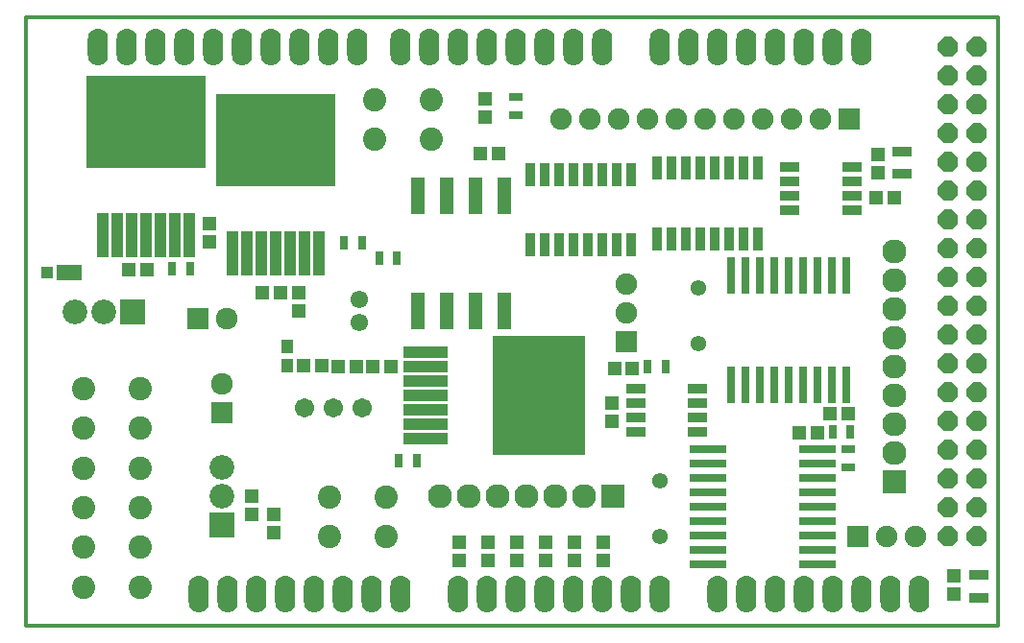
<source format=gbr>
G04 EasyPC Gerber Version 21.0.3 Build 4286 *
G04 #@! TF.Part,Single*
G04 #@! TF.FileFunction,Soldermask,Top *
G04 #@! TF.FilePolarity,Negative *
%FSLAX35Y35*%
%MOIN*%
G04 #@! TA.AperFunction,ComponentPad*
%ADD92O,0.07000X0.13000*%
G04 #@! TA.AperFunction,SMDPad*
%ADD118R,0.03126X0.04701*%
%ADD102R,0.03165X0.12811*%
%ADD106R,0.03559X0.08283*%
%ADD119R,0.04150X0.04937*%
%ADD115R,0.04150X0.15567*%
%ADD105R,0.04543X0.04937*%
%ADD117R,0.04937X0.12811*%
%ADD114R,0.32496X0.41354*%
%ADD121R,0.04150X0.04150*%
G04 #@! TA.AperFunction,ComponentPad*
%ADD96R,0.07496X0.07496*%
%ADD98R,0.07575X0.07575*%
%ADD94R,0.08382X0.08382*%
%ADD109R,0.08559X0.08559*%
G04 #@! TD.AperFunction*
%ADD91C,0.01200*%
G04 #@! TA.AperFunction,ComponentPad*
%ADD103C,0.05449*%
%ADD112C,0.06118*%
%ADD111C,0.06748*%
G04 #@! TA.AperFunction,SMDPad*
%ADD104R,0.04701X0.03126*%
%ADD101R,0.12811X0.03165*%
%ADD108R,0.06787X0.03441*%
G04 #@! TA.AperFunction,ComponentPad*
%ADD97C,0.07496*%
G04 #@! TA.AperFunction,SMDPad*
%ADD107R,0.07102X0.03756*%
%ADD113R,0.15567X0.04150*%
%ADD100R,0.04937X0.04543*%
%ADD120R,0.08874X0.05331*%
G04 #@! TA.AperFunction,ComponentPad*
%ADD99C,0.07575*%
%ADD122C,0.08087*%
%ADD95C,0.08382*%
%ADD110C,0.08559*%
%AMT93*0 Octagon Pad at angle 0*4,1,8,-0.01449,-0.03500,0.01449,-0.03500,0.03500,-0.01449,0.03500,0.01449,0.01449,0.03500,-0.01449,0.03500,-0.03500,0.01449,-0.03500,-0.01449,-0.01449,-0.03500,0*%
%ADD93T93*%
G04 #@! TA.AperFunction,SMDPad*
%ADD116R,0.41354X0.32496*%
X0Y0D02*
D02*
D91*
X600Y600D02*
X338013D01*
Y212100*
X600*
Y600*
D02*
D92*
X25466Y201812D03*
X35466D03*
X45466D03*
X55466D03*
X60466Y11812D03*
X65466Y201812D03*
X70466Y11812D03*
X75466Y201812D03*
X80466Y11812D03*
X85466Y201812D03*
X90466Y11812D03*
X95466Y201812D03*
X100466Y11812D03*
X105466Y201812D03*
X110466Y11812D03*
X115466Y201812D03*
X120466Y11812D03*
X130466D03*
Y201812D03*
X140466D03*
X150466Y11812D03*
Y201812D03*
X160466Y11812D03*
Y201812D03*
X170466Y11812D03*
Y201812D03*
X180466Y11812D03*
Y201812D03*
X190466Y11812D03*
Y201812D03*
X200466Y11812D03*
Y201812D03*
X210466Y11812D03*
X220466D03*
Y201812D03*
X230466D03*
X240466Y11812D03*
Y201812D03*
X250466Y11812D03*
Y201812D03*
X260466Y11812D03*
Y201812D03*
X270466Y11812D03*
Y201812D03*
X280466Y11812D03*
Y201812D03*
X290466Y11812D03*
Y201812D03*
X300466Y11812D03*
X310466D03*
D02*
D93*
X320466Y31812D03*
Y41812D03*
Y51812D03*
Y61812D03*
Y71812D03*
Y81812D03*
Y91812D03*
Y101812D03*
Y111812D03*
Y121812D03*
Y131812D03*
Y141812D03*
Y151812D03*
Y161812D03*
Y171812D03*
Y181812D03*
Y191812D03*
Y201812D03*
X330466Y31812D03*
Y41812D03*
Y51812D03*
Y61812D03*
Y71812D03*
Y81812D03*
Y91812D03*
Y101812D03*
Y111812D03*
Y121812D03*
Y131812D03*
Y141812D03*
Y151812D03*
Y161812D03*
Y171812D03*
Y181812D03*
Y191812D03*
Y201812D03*
D02*
D94*
X204350Y45812D03*
X301850Y50812D03*
D02*
D95*
X144350Y45812D03*
X154350D03*
X164350D03*
X174350D03*
X184350D03*
X194350D03*
X301850Y60812D03*
Y70812D03*
Y80812D03*
Y90812D03*
Y100812D03*
Y110812D03*
Y120812D03*
Y130812D03*
D02*
D96*
X208850Y99312D03*
X286350Y176812D03*
X289350Y31562D03*
D02*
D97*
X186350Y176812D03*
X196350D03*
X206350D03*
X208850Y109312D03*
Y119312D03*
X216350Y176812D03*
X226350D03*
X236350D03*
X246350D03*
X256350D03*
X266350D03*
X276350D03*
X299350Y31562D03*
X309350D03*
D02*
D98*
X60350Y107312D03*
X68557Y74778D03*
D02*
D99*
Y84778D03*
X70350Y107312D03*
D02*
D100*
X64350Y133912D03*
Y140211D03*
X78714Y39267D03*
Y45566D03*
X86509Y33125D03*
Y39424D03*
X95250Y110162D03*
Y116461D03*
X150850Y23412D03*
Y29711D03*
X159850Y177412D03*
Y183711D03*
X160850Y23412D03*
Y29711D03*
X170850Y23412D03*
Y29711D03*
X180850Y23412D03*
Y29711D03*
X190850Y23412D03*
Y29711D03*
X200850Y23412D03*
Y29711D03*
X203911Y71629D03*
Y77928D03*
X296350Y157912D03*
Y164211D03*
X322600Y11662D03*
Y17961D03*
D02*
D101*
X237350Y22062D03*
Y27062D03*
Y32062D03*
Y37062D03*
Y42062D03*
Y47062D03*
Y52062D03*
Y57062D03*
Y62062D03*
X275145Y22062D03*
Y27062D03*
Y32062D03*
Y37062D03*
Y42062D03*
Y47062D03*
Y52062D03*
Y57062D03*
Y62062D03*
D02*
D102*
X245100Y84463D03*
Y122259D03*
X250100Y84463D03*
Y122259D03*
X255100Y84463D03*
Y122259D03*
X260100Y84463D03*
Y122259D03*
X265100Y84463D03*
Y122259D03*
X270100Y84463D03*
Y122259D03*
X275100Y84463D03*
Y122259D03*
X280100Y84463D03*
Y122259D03*
X285100Y84463D03*
Y122259D03*
D02*
D103*
X220600Y31706D03*
Y50918D03*
X233850Y98706D03*
Y117918D03*
D02*
D104*
X170600Y177912D03*
Y184211D03*
X285880Y55802D03*
Y62101D03*
D02*
D105*
X36200Y124312D03*
X42500D03*
X82651Y116353D03*
X88950D03*
X96950Y91062D03*
X103250D03*
X108950Y90812D03*
X115250D03*
X120950D03*
X127250D03*
X158242Y164778D03*
X164541D03*
X204700Y90062D03*
X211000D03*
X268793Y67692D03*
X275092D03*
X279659Y74306D03*
X285958D03*
X295450Y149312D03*
X301750D03*
D02*
D106*
X175545Y132869D03*
Y157475D03*
X180545Y132869D03*
Y157475D03*
X185545Y132869D03*
Y157475D03*
X190545Y132869D03*
Y157475D03*
X195545Y132869D03*
Y157475D03*
X200545Y132869D03*
Y157475D03*
X205545Y132869D03*
Y157475D03*
X210545Y132869D03*
Y157475D03*
X219600Y135009D03*
Y159615D03*
X224600Y135009D03*
Y159615D03*
X229600Y135009D03*
Y159615D03*
X234600Y135009D03*
Y159615D03*
X239600Y135009D03*
Y159615D03*
X244600Y135009D03*
Y159615D03*
X249600Y135009D03*
Y159615D03*
X254600Y135009D03*
Y159615D03*
D02*
D107*
X212080Y67987D03*
Y72987D03*
Y77987D03*
Y82987D03*
X233537Y67987D03*
Y72987D03*
Y77987D03*
Y82987D03*
X265622Y145062D03*
Y150062D03*
Y155062D03*
Y160062D03*
X287078Y145062D03*
Y150062D03*
Y155062D03*
Y160062D03*
D02*
D108*
X304600Y157625D03*
Y165499D03*
X331350Y10375D03*
Y18249D03*
D02*
D109*
X37376Y109739D03*
X68557Y35802D03*
D02*
D110*
X17376Y109739D03*
X27376D03*
X68557Y45802D03*
Y55802D03*
D02*
D111*
X97350Y76312D03*
X107350D03*
X117350D03*
D02*
D112*
X116350Y106125D03*
Y113999D03*
D02*
D113*
X139265Y65684D03*
Y70684D03*
Y75684D03*
Y80684D03*
Y85684D03*
Y90684D03*
Y95684D03*
D02*
D114*
X178635Y80684D03*
D02*
D115*
X27350Y136274D03*
X32350D03*
X37350D03*
X42350D03*
X47350D03*
X52350D03*
X57350D03*
X72100Y129896D03*
X77100D03*
X82100D03*
X87100D03*
X92100D03*
X97100D03*
X102100D03*
D02*
D116*
X42350Y175644D03*
X87100Y169267D03*
D02*
D117*
X136391Y109896D03*
Y149896D03*
X146391Y109896D03*
Y149896D03*
X156391Y109896D03*
Y149896D03*
X166391Y109896D03*
Y149896D03*
D02*
D118*
X51200Y124562D03*
X57500D03*
X110950Y133812D03*
X117250D03*
X123045Y128400D03*
X129344D03*
X129950Y58062D03*
X136250D03*
X216200Y90562D03*
X222500D03*
X280368Y67928D03*
X286667D03*
D02*
D119*
X91350Y90965D03*
Y97658D03*
D02*
D120*
X15368Y123440D03*
D02*
D121*
X7887D03*
D02*
D122*
X20474Y14113D03*
Y27893D03*
Y41672D03*
Y55452D03*
Y69231D03*
Y83011D03*
X40159Y14113D03*
Y27893D03*
Y41672D03*
Y55452D03*
Y69231D03*
Y83011D03*
X105935Y31639D03*
Y45418D03*
X121435Y169639D03*
Y183418D03*
X125620Y31639D03*
Y45418D03*
X141120Y169639D03*
Y183418D03*
X0Y0D02*
M02*

</source>
